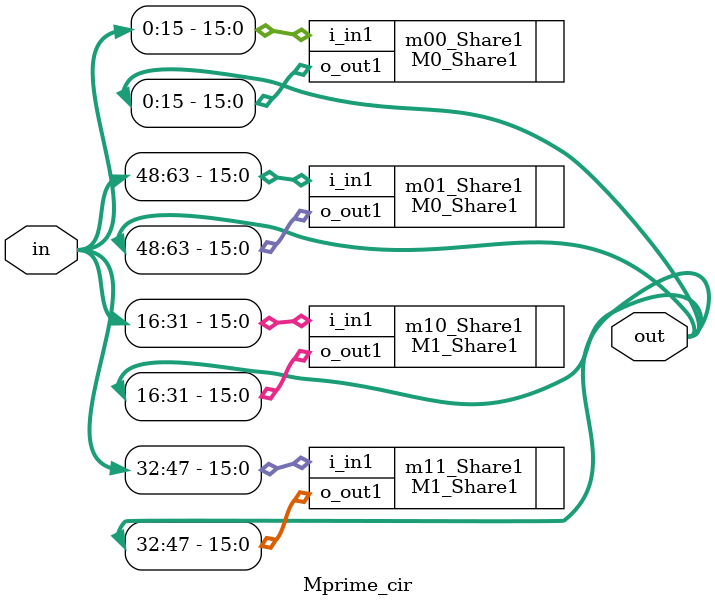
<source format=sv>
module Mprime_cir(
    in,
    out
);

input wire [0:63] in;
output wire [0:63] out;

M0_Share1 m00_Share1(
    .i_in1 (in[0:15]),
    .o_out1 (out[0:15])
);

M1_Share1 m10_Share1(
    .i_in1 (in[16:31]),
    .o_out1 (out[16:31])
);

M1_Share1 m11_Share1(
    .i_in1 (in[32:47]),
    .o_out1 (out[32:47])
);

M0_Share1 m01_Share1(
    .i_in1 (in[48:63]),
    .o_out1 (out[48:63])
);

endmodule


</source>
